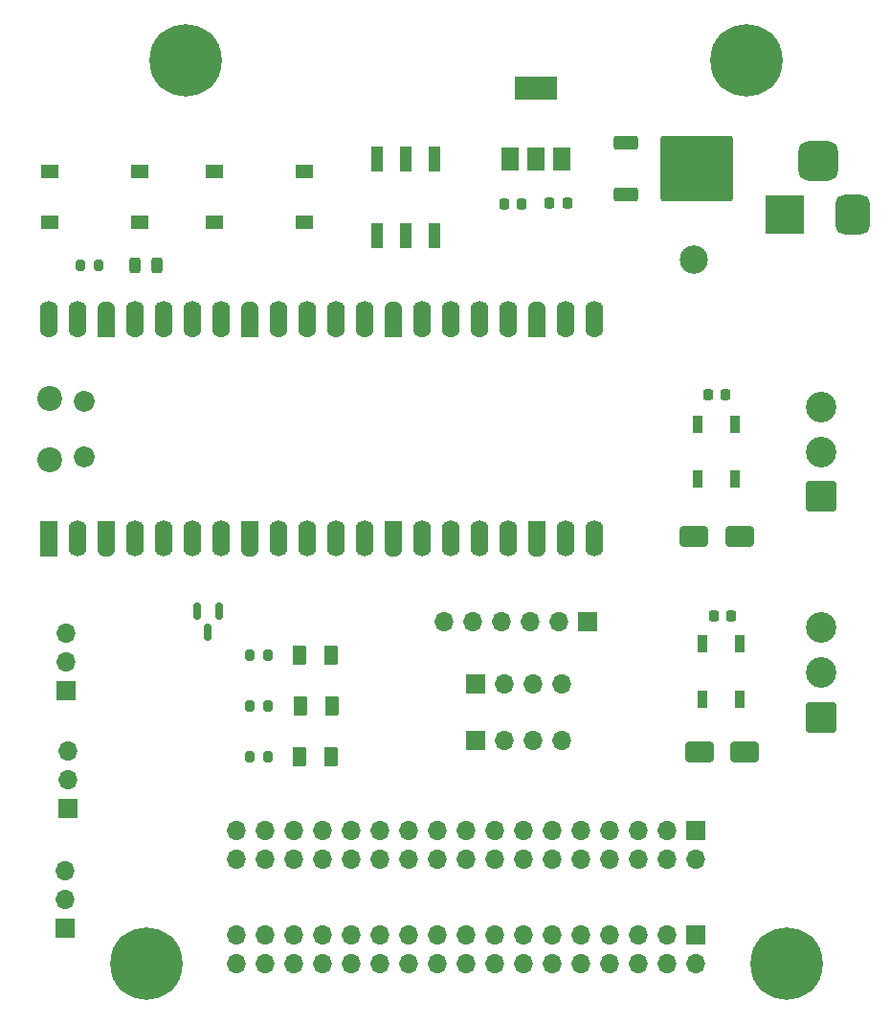
<source format=gbr>
%TF.GenerationSoftware,KiCad,Pcbnew,7.0.6*%
%TF.CreationDate,2023-11-17T09:02:37-06:00*%
%TF.ProjectId,ConnectorX,436f6e6e-6563-4746-9f72-582e6b696361,rev?*%
%TF.SameCoordinates,Original*%
%TF.FileFunction,Soldermask,Top*%
%TF.FilePolarity,Negative*%
%FSLAX46Y46*%
G04 Gerber Fmt 4.6, Leading zero omitted, Abs format (unit mm)*
G04 Created by KiCad (PCBNEW 7.0.6) date 2023-11-17 09:02:37*
%MOMM*%
%LPD*%
G01*
G04 APERTURE LIST*
G04 Aperture macros list*
%AMRoundRect*
0 Rectangle with rounded corners*
0 $1 Rounding radius*
0 $2 $3 $4 $5 $6 $7 $8 $9 X,Y pos of 4 corners*
0 Add a 4 corners polygon primitive as box body*
4,1,4,$2,$3,$4,$5,$6,$7,$8,$9,$2,$3,0*
0 Add four circle primitives for the rounded corners*
1,1,$1+$1,$2,$3*
1,1,$1+$1,$4,$5*
1,1,$1+$1,$6,$7*
1,1,$1+$1,$8,$9*
0 Add four rect primitives between the rounded corners*
20,1,$1+$1,$2,$3,$4,$5,0*
20,1,$1+$1,$4,$5,$6,$7,0*
20,1,$1+$1,$6,$7,$8,$9,0*
20,1,$1+$1,$8,$9,$2,$3,0*%
%AMFreePoly0*
4,1,28,0.178017,0.779942,0.347107,0.720775,0.498792,0.625465,0.625465,0.498792,0.720775,0.347107,0.779942,0.178017,0.800000,0.000000,0.779942,-0.178017,0.720775,-0.347107,0.625465,-0.498792,0.498792,-0.625465,0.347107,-0.720775,0.178017,-0.779942,0.000000,-0.800000,-2.200000,-0.800000,-2.205014,-0.794986,-2.244504,-0.794986,-2.324698,-0.756366,-2.380194,-0.686777,-2.400000,-0.600000,
-2.400000,0.600000,-2.380194,0.686777,-2.324698,0.756366,-2.244504,0.794986,-2.205014,0.794986,-2.200000,0.800000,0.000000,0.800000,0.178017,0.779942,0.178017,0.779942,$1*%
%AMFreePoly1*
4,1,28,0.605014,0.794986,0.644504,0.794986,0.724698,0.756366,0.780194,0.686777,0.800000,0.600000,0.800000,-0.600000,0.780194,-0.686777,0.724698,-0.756366,0.644504,-0.794986,0.605014,-0.794986,0.600000,-0.800000,0.000000,-0.800000,-0.178017,-0.779942,-0.347107,-0.720775,-0.498792,-0.625465,-0.625465,-0.498792,-0.720775,-0.347107,-0.779942,-0.178017,-0.800000,0.000000,-0.779942,0.178017,
-0.720775,0.347107,-0.625465,0.498792,-0.498792,0.625465,-0.347107,0.720775,-0.178017,0.779942,0.000000,0.800000,0.600000,0.800000,0.605014,0.794986,0.605014,0.794986,$1*%
%AMFreePoly2*
4,1,29,0.605014,0.794986,0.644504,0.794986,0.724698,0.756366,0.780194,0.686777,0.800000,0.600000,0.800000,-0.600000,0.780194,-0.686777,0.724698,-0.756366,0.644504,-0.794986,0.605014,-0.794986,0.600000,-0.800000,0.000000,-0.800000,-1.600000,-0.800000,-1.778017,-0.779942,-1.947107,-0.720775,-2.098792,-0.625465,-2.225465,-0.498792,-2.320775,-0.347107,-2.379942,-0.178017,-2.400000,0.000000,
-2.379942,0.178017,-2.320775,0.347107,-2.225465,0.498792,-2.098792,0.625465,-1.947107,0.720775,-1.778017,0.779942,-1.600000,0.800000,0.600000,0.800000,0.605014,0.794986,0.605014,0.794986,$1*%
%AMFreePoly3*
4,1,28,0.178017,0.779942,0.347107,0.720775,0.498792,0.625465,0.625465,0.498792,0.720775,0.347107,0.779942,0.178017,0.800000,0.000000,0.779942,-0.178017,0.720775,-0.347107,0.625465,-0.498792,0.498792,-0.625465,0.347107,-0.720775,0.178017,-0.779942,0.000000,-0.800000,-0.600000,-0.800000,-0.605014,-0.794986,-0.644504,-0.794986,-0.724698,-0.756366,-0.780194,-0.686777,-0.800000,-0.600000,
-0.800000,0.600000,-0.780194,0.686777,-0.724698,0.756366,-0.644504,0.794986,-0.605014,0.794986,-0.600000,0.800000,0.000000,0.800000,0.178017,0.779942,0.178017,0.779942,$1*%
%AMFreePoly4*
4,1,29,1.778017,0.779942,1.947107,0.720775,2.098792,0.625465,2.225465,0.498792,2.320775,0.347107,2.379942,0.178017,2.400000,0.000000,2.379942,-0.178017,2.320775,-0.347107,2.225465,-0.498792,2.098792,-0.625465,1.947107,-0.720775,1.778017,-0.779942,1.600000,-0.800000,0.000000,-0.800000,-0.600000,-0.800000,-0.605014,-0.794986,-0.644504,-0.794986,-0.724698,-0.756366,-0.780194,-0.686777,
-0.800000,-0.600000,-0.800000,0.600000,-0.780194,0.686777,-0.724698,0.756366,-0.644504,0.794986,-0.605014,0.794986,-0.600000,0.800000,1.600000,0.800000,1.778017,0.779942,1.778017,0.779942,$1*%
G04 Aperture macros list end*
%ADD10R,1.700000X1.700000*%
%ADD11O,1.700000X1.700000*%
%ADD12RoundRect,0.250000X-0.375000X-0.625000X0.375000X-0.625000X0.375000X0.625000X-0.375000X0.625000X0*%
%ADD13RoundRect,0.250000X1.000000X0.650000X-1.000000X0.650000X-1.000000X-0.650000X1.000000X-0.650000X0*%
%ADD14RoundRect,0.200000X-0.200000X-0.275000X0.200000X-0.275000X0.200000X0.275000X-0.200000X0.275000X0*%
%ADD15R,1.550000X1.300000*%
%ADD16C,2.500000*%
%ADD17RoundRect,0.200000X0.200000X0.275000X-0.200000X0.275000X-0.200000X-0.275000X0.200000X-0.275000X0*%
%ADD18C,0.800000*%
%ADD19C,6.400000*%
%ADD20RoundRect,0.250000X-0.850000X-0.350000X0.850000X-0.350000X0.850000X0.350000X-0.850000X0.350000X0*%
%ADD21RoundRect,0.249997X-2.950003X-2.650003X2.950003X-2.650003X2.950003X2.650003X-2.950003X2.650003X0*%
%ADD22R,0.900000X1.500000*%
%ADD23RoundRect,0.250001X1.099999X-1.099999X1.099999X1.099999X-1.099999X1.099999X-1.099999X-1.099999X0*%
%ADD24C,2.700000*%
%ADD25R,1.500000X2.000000*%
%ADD26R,3.800000X2.000000*%
%ADD27R,3.500000X3.500000*%
%ADD28RoundRect,0.750000X0.750000X1.000000X-0.750000X1.000000X-0.750000X-1.000000X0.750000X-1.000000X0*%
%ADD29RoundRect,0.875000X0.875000X0.875000X-0.875000X0.875000X-0.875000X-0.875000X0.875000X-0.875000X0*%
%ADD30RoundRect,0.225000X-0.225000X-0.250000X0.225000X-0.250000X0.225000X0.250000X-0.225000X0.250000X0*%
%ADD31RoundRect,0.250000X0.375000X0.625000X-0.375000X0.625000X-0.375000X-0.625000X0.375000X-0.625000X0*%
%ADD32RoundRect,0.225000X0.225000X0.250000X-0.225000X0.250000X-0.225000X-0.250000X0.225000X-0.250000X0*%
%ADD33RoundRect,0.243750X-0.243750X-0.456250X0.243750X-0.456250X0.243750X0.456250X-0.243750X0.456250X0*%
%ADD34C,2.200000*%
%ADD35C,1.850000*%
%ADD36RoundRect,0.200000X0.600000X-0.600000X0.600000X0.600000X-0.600000X0.600000X-0.600000X-0.600000X0*%
%ADD37FreePoly0,90.000000*%
%ADD38C,1.600000*%
%ADD39RoundRect,0.800000X0.000000X-0.800000X0.000000X0.800000X0.000000X0.800000X0.000000X-0.800000X0*%
%ADD40FreePoly1,90.000000*%
%ADD41FreePoly2,90.000000*%
%ADD42FreePoly3,90.000000*%
%ADD43FreePoly4,90.000000*%
%ADD44R,1.120000X2.160000*%
%ADD45RoundRect,0.150000X-0.150000X0.587500X-0.150000X-0.587500X0.150000X-0.587500X0.150000X0.587500X0*%
G04 APERTURE END LIST*
D10*
%TO.C,J10*%
X157700000Y-111500000D03*
D11*
X160240000Y-111500000D03*
X162780000Y-111500000D03*
X165320000Y-111500000D03*
%TD*%
D12*
%TO.C,D2*%
X142100000Y-113000000D03*
X144900000Y-113000000D03*
%TD*%
D13*
%TO.C,D8*%
X181500000Y-112500000D03*
X177500000Y-112500000D03*
%TD*%
D14*
%TO.C,R3*%
X137675000Y-104000000D03*
X139325000Y-104000000D03*
%TD*%
D15*
%TO.C,SW1*%
X134520000Y-61250000D03*
X142480000Y-61250000D03*
X134520000Y-65750000D03*
X142480000Y-65750000D03*
%TD*%
D16*
%TO.C,TP1*%
X177000000Y-69000000D03*
%TD*%
D17*
%TO.C,R2*%
X139325000Y-108500000D03*
X137675000Y-108500000D03*
%TD*%
D18*
%TO.C,H2*%
X179250000Y-51450000D03*
X179952944Y-49752944D03*
X179952944Y-53147056D03*
X181650000Y-49050000D03*
D19*
X181650000Y-51450000D03*
D18*
X181650000Y-53850000D03*
X183347056Y-49752944D03*
X183347056Y-53147056D03*
X184050000Y-51450000D03*
%TD*%
D10*
%TO.C,J8*%
X177180000Y-128725000D03*
D11*
X177180000Y-131265000D03*
X174640000Y-128725000D03*
X174640000Y-131265000D03*
X172100000Y-128725000D03*
X172100000Y-131265000D03*
X169560000Y-128725000D03*
X169560000Y-131265000D03*
X167020000Y-128725000D03*
X167020000Y-131265000D03*
X164480000Y-128725000D03*
X164480000Y-131265000D03*
X161940000Y-128725000D03*
X161940000Y-131265000D03*
X159400000Y-128725000D03*
X159400000Y-131265000D03*
X156860000Y-128725000D03*
X156860000Y-131265000D03*
X154320000Y-128725000D03*
X154320000Y-131265000D03*
X151780000Y-128725000D03*
X151780000Y-131265000D03*
X149240000Y-128725000D03*
X149240000Y-131265000D03*
X146700000Y-128725000D03*
X146700000Y-131265000D03*
X144160000Y-128725000D03*
X144160000Y-131265000D03*
X141620000Y-128725000D03*
X141620000Y-131265000D03*
X139080000Y-128725000D03*
X139080000Y-131265000D03*
X136540000Y-128725000D03*
X136540000Y-131265000D03*
%TD*%
D12*
%TO.C,D3*%
X142200000Y-108500000D03*
X145000000Y-108500000D03*
%TD*%
D20*
%TO.C,D1*%
X170960000Y-58720000D03*
D21*
X177260000Y-61000000D03*
D20*
X170960000Y-63280000D03*
%TD*%
D13*
%TO.C,D7*%
X181000000Y-93500000D03*
X177000000Y-93500000D03*
%TD*%
D22*
%TO.C,D6*%
X177700000Y-107900000D03*
X181000000Y-107900000D03*
X181000000Y-103000000D03*
X177700000Y-103000000D03*
%TD*%
D23*
%TO.C,J5*%
X188225000Y-89960000D03*
D24*
X188225000Y-86000000D03*
X188225000Y-82040000D03*
%TD*%
D10*
%TO.C,J9*%
X157700000Y-106500000D03*
D11*
X160240000Y-106500000D03*
X162780000Y-106500000D03*
X165320000Y-106500000D03*
%TD*%
D10*
%TO.C,J11*%
X167620000Y-101000000D03*
D11*
X165080000Y-101000000D03*
X162540000Y-101000000D03*
X160000000Y-101000000D03*
X157460000Y-101000000D03*
X154920000Y-101000000D03*
%TD*%
D10*
%TO.C,J2*%
X121475000Y-107080000D03*
D11*
X121475000Y-104540000D03*
X121475000Y-102000000D03*
%TD*%
D15*
%TO.C,SW2*%
X120020000Y-61250000D03*
X127980000Y-61250000D03*
X120020000Y-65750000D03*
X127980000Y-65750000D03*
%TD*%
D10*
%TO.C,J3*%
X121575000Y-117525000D03*
D11*
X121575000Y-114985000D03*
X121575000Y-112445000D03*
%TD*%
D10*
%TO.C,J4*%
X121375000Y-128080000D03*
D11*
X121375000Y-125540000D03*
X121375000Y-123000000D03*
%TD*%
D17*
%TO.C,R4*%
X124325000Y-69500000D03*
X122675000Y-69500000D03*
%TD*%
D22*
%TO.C,D5*%
X177350000Y-88450000D03*
X180650000Y-88450000D03*
X180650000Y-83550000D03*
X177350000Y-83550000D03*
%TD*%
D25*
%TO.C,U1*%
X160700000Y-60150000D03*
X163000000Y-60150000D03*
D26*
X163000000Y-53850000D03*
D25*
X165300000Y-60150000D03*
%TD*%
D18*
%TO.C,H1*%
X129600000Y-51450000D03*
X130302944Y-49752944D03*
X130302944Y-53147056D03*
X132000000Y-49050000D03*
D19*
X132000000Y-51450000D03*
D18*
X132000000Y-53850000D03*
X133697056Y-49752944D03*
X133697056Y-53147056D03*
X134400000Y-51450000D03*
%TD*%
D27*
%TO.C,J1*%
X185000000Y-65000000D03*
D28*
X191000000Y-65000000D03*
D29*
X188000000Y-60300000D03*
%TD*%
D23*
%TO.C,J6*%
X188225000Y-109460000D03*
D24*
X188225000Y-105500000D03*
X188225000Y-101540000D03*
%TD*%
D30*
%TO.C,C3*%
X178225000Y-81000000D03*
X179775000Y-81000000D03*
%TD*%
D31*
%TO.C,D4*%
X144900000Y-104000000D03*
X142100000Y-104000000D03*
%TD*%
D18*
%TO.C,H3*%
X182800000Y-131230000D03*
X183502944Y-129532944D03*
X183502944Y-132927056D03*
X185200000Y-128830000D03*
D19*
X185200000Y-131230000D03*
D18*
X185200000Y-133630000D03*
X186897056Y-129532944D03*
X186897056Y-132927056D03*
X187600000Y-131230000D03*
%TD*%
D32*
%TO.C,C2*%
X161775000Y-64085000D03*
X160225000Y-64085000D03*
%TD*%
D33*
%TO.C,D9*%
X127562500Y-69500000D03*
X129437500Y-69500000D03*
%TD*%
D34*
%TO.C,U2*%
X120000000Y-86725000D03*
D35*
X123030000Y-86425000D03*
X123030000Y-81575000D03*
D34*
X120000000Y-81275000D03*
D36*
X119870000Y-92890000D03*
D37*
X119870000Y-92890000D03*
D38*
X122410000Y-92890000D03*
D39*
X122410000Y-93690000D03*
D40*
X124950000Y-92890000D03*
D41*
X124950000Y-92890000D03*
D38*
X127490000Y-92890000D03*
D39*
X127490000Y-93690000D03*
D38*
X130030000Y-92890000D03*
D39*
X130030000Y-93690000D03*
D38*
X132570000Y-92890000D03*
D39*
X132570000Y-93690000D03*
D38*
X135110000Y-92890000D03*
D39*
X135110000Y-93690000D03*
D40*
X137650000Y-92890000D03*
D41*
X137650000Y-92890000D03*
D38*
X140190000Y-92890000D03*
D39*
X140190000Y-93690000D03*
D38*
X142730000Y-92890000D03*
D39*
X142730000Y-93690000D03*
D38*
X145270000Y-92890000D03*
D39*
X145270000Y-93690000D03*
D38*
X147810000Y-92890000D03*
D39*
X147810000Y-93690000D03*
D40*
X150350000Y-92890000D03*
D41*
X150350000Y-92890000D03*
D38*
X152890000Y-92890000D03*
D39*
X152890000Y-93690000D03*
D38*
X155430000Y-92890000D03*
D39*
X155430000Y-93690000D03*
D38*
X157970000Y-92890000D03*
D39*
X157970000Y-93690000D03*
D38*
X160510000Y-92890000D03*
D39*
X160510000Y-93690000D03*
D40*
X163050000Y-92890000D03*
D41*
X163050000Y-92890000D03*
D38*
X165590000Y-92890000D03*
D39*
X165590000Y-93690000D03*
D38*
X168130000Y-92890000D03*
D39*
X168130000Y-93690000D03*
D38*
X168130000Y-75110000D03*
D39*
X168130000Y-74310000D03*
D38*
X165590000Y-75110000D03*
D39*
X165590000Y-74310000D03*
D42*
X163050000Y-75110000D03*
D43*
X163050000Y-75110000D03*
D38*
X160510000Y-75110000D03*
D39*
X160510000Y-74310000D03*
D38*
X157970000Y-75110000D03*
D39*
X157970000Y-74310000D03*
D38*
X155430000Y-75110000D03*
D39*
X155430000Y-74310000D03*
D38*
X152890000Y-75110000D03*
D39*
X152890000Y-74310000D03*
D42*
X150350000Y-75110000D03*
D43*
X150350000Y-75110000D03*
D38*
X147810000Y-75110000D03*
D39*
X147810000Y-74310000D03*
D38*
X145270000Y-75110000D03*
D39*
X145270000Y-74310000D03*
D38*
X142730000Y-75110000D03*
D39*
X142730000Y-74310000D03*
D38*
X140190000Y-75110000D03*
D39*
X140190000Y-74310000D03*
D42*
X137650000Y-75110000D03*
D43*
X137650000Y-75110000D03*
D38*
X135110000Y-75110000D03*
D39*
X135110000Y-74310000D03*
D38*
X132570000Y-75110000D03*
D39*
X132570000Y-74310000D03*
D38*
X130030000Y-75110000D03*
D39*
X130030000Y-74310000D03*
D38*
X127490000Y-75110000D03*
D39*
X127490000Y-74310000D03*
D42*
X124950000Y-75110000D03*
D43*
X124950000Y-75110000D03*
D38*
X122410000Y-75110000D03*
D39*
X122410000Y-74310000D03*
D38*
X119870000Y-75110000D03*
D39*
X119870000Y-74310000D03*
%TD*%
D17*
%TO.C,R1*%
X139325000Y-113000000D03*
X137675000Y-113000000D03*
%TD*%
D44*
%TO.C,SW3*%
X148960000Y-66865000D03*
X151500000Y-66865000D03*
X154040000Y-66865000D03*
X154040000Y-60135000D03*
X151500000Y-60135000D03*
X148960000Y-60135000D03*
%TD*%
D32*
%TO.C,C1*%
X165775000Y-64000000D03*
X164225000Y-64000000D03*
%TD*%
D45*
%TO.C,Q1*%
X134950000Y-100062500D03*
X133050000Y-100062500D03*
X134000000Y-101937500D03*
%TD*%
D30*
%TO.C,C4*%
X178725000Y-100500000D03*
X180275000Y-100500000D03*
%TD*%
D18*
%TO.C,H4*%
X126170000Y-131230000D03*
X126872944Y-129532944D03*
X126872944Y-132927056D03*
X128570000Y-128830000D03*
D19*
X128570000Y-131230000D03*
D18*
X128570000Y-133630000D03*
X130267056Y-129532944D03*
X130267056Y-132927056D03*
X130970000Y-131230000D03*
%TD*%
D10*
%TO.C,J7*%
X177150000Y-119460000D03*
D11*
X177150000Y-122000000D03*
X174610000Y-119460000D03*
X174610000Y-122000000D03*
X172070000Y-119460000D03*
X172070000Y-122000000D03*
X169530000Y-119460000D03*
X169530000Y-122000000D03*
X166990000Y-119460000D03*
X166990000Y-122000000D03*
X164450000Y-119460000D03*
X164450000Y-122000000D03*
X161910000Y-119460000D03*
X161910000Y-122000000D03*
X159370000Y-119460000D03*
X159370000Y-122000000D03*
X156830000Y-119460000D03*
X156830000Y-122000000D03*
X154290000Y-119460000D03*
X154290000Y-122000000D03*
X151750000Y-119460000D03*
X151750000Y-122000000D03*
X149210000Y-119460000D03*
X149210000Y-122000000D03*
X146670000Y-119460000D03*
X146670000Y-122000000D03*
X144130000Y-119460000D03*
X144130000Y-122000000D03*
X141590000Y-119460000D03*
X141590000Y-122000000D03*
X139050000Y-119460000D03*
X139050000Y-122000000D03*
X136510000Y-119460000D03*
X136510000Y-122000000D03*
%TD*%
M02*

</source>
